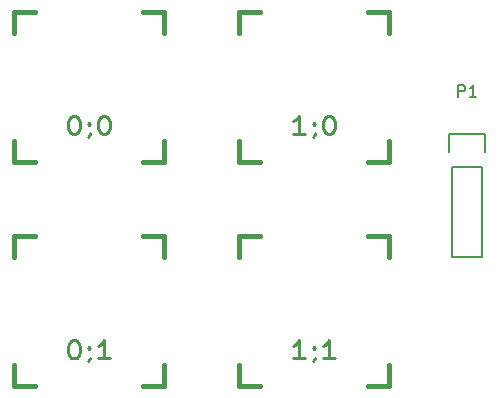
<source format=gbr>
G04 #@! TF.FileFunction,Legend,Top*
%FSLAX46Y46*%
G04 Gerber Fmt 4.6, Leading zero omitted, Abs format (unit mm)*
G04 Created by KiCad (PCBNEW (after 2015-jan-16 BZR unknown)-brewed_product) date Friday, March 06, 2015 'AMt' 08:10:05 AM*
%MOMM*%
G01*
G04 APERTURE LIST*
%ADD10C,0.100000*%
%ADD11C,0.381000*%
%ADD12C,0.150000*%
%ADD13C,0.254000*%
G04 APERTURE END LIST*
D10*
D11*
X147650000Y-101650000D02*
X149428000Y-101650000D01*
X158572000Y-101650000D02*
X160350000Y-101650000D01*
X160350000Y-101650000D02*
X160350000Y-103428000D01*
X160350000Y-112572000D02*
X160350000Y-114350000D01*
X160350000Y-114350000D02*
X158572000Y-114350000D01*
X149428000Y-114350000D02*
X147650000Y-114350000D01*
X147650000Y-114350000D02*
X147650000Y-112572000D01*
X147650000Y-103428000D02*
X147650000Y-101650000D01*
X147650000Y-120650000D02*
X149428000Y-120650000D01*
X158572000Y-120650000D02*
X160350000Y-120650000D01*
X160350000Y-120650000D02*
X160350000Y-122428000D01*
X160350000Y-131572000D02*
X160350000Y-133350000D01*
X160350000Y-133350000D02*
X158572000Y-133350000D01*
X149428000Y-133350000D02*
X147650000Y-133350000D01*
X147650000Y-133350000D02*
X147650000Y-131572000D01*
X147650000Y-122428000D02*
X147650000Y-120650000D01*
X166650000Y-101650000D02*
X168428000Y-101650000D01*
X177572000Y-101650000D02*
X179350000Y-101650000D01*
X179350000Y-101650000D02*
X179350000Y-103428000D01*
X179350000Y-112572000D02*
X179350000Y-114350000D01*
X179350000Y-114350000D02*
X177572000Y-114350000D01*
X168428000Y-114350000D02*
X166650000Y-114350000D01*
X166650000Y-114350000D02*
X166650000Y-112572000D01*
X166650000Y-103428000D02*
X166650000Y-101650000D01*
X166650000Y-120650000D02*
X168428000Y-120650000D01*
X177572000Y-120650000D02*
X179350000Y-120650000D01*
X179350000Y-120650000D02*
X179350000Y-122428000D01*
X179350000Y-131572000D02*
X179350000Y-133350000D01*
X179350000Y-133350000D02*
X177572000Y-133350000D01*
X168428000Y-133350000D02*
X166650000Y-133350000D01*
X166650000Y-133350000D02*
X166650000Y-131572000D01*
X166650000Y-122428000D02*
X166650000Y-120650000D01*
D12*
X184730000Y-114770000D02*
X184730000Y-122390000D01*
X187270000Y-114770000D02*
X187270000Y-122390000D01*
X187550000Y-111950000D02*
X187550000Y-113500000D01*
X184730000Y-122390000D02*
X187270000Y-122390000D01*
X187270000Y-114770000D02*
X184730000Y-114770000D01*
X184450000Y-113500000D02*
X184450000Y-111950000D01*
X184450000Y-111950000D02*
X187550000Y-111950000D01*
D13*
X152645334Y-110467429D02*
X152814667Y-110467429D01*
X152984001Y-110540000D01*
X153068667Y-110612571D01*
X153153334Y-110757714D01*
X153238001Y-111048000D01*
X153238001Y-111410857D01*
X153153334Y-111701143D01*
X153068667Y-111846286D01*
X152984001Y-111918857D01*
X152814667Y-111991429D01*
X152645334Y-111991429D01*
X152476001Y-111918857D01*
X152391334Y-111846286D01*
X152306667Y-111701143D01*
X152222001Y-111410857D01*
X152222001Y-111048000D01*
X152306667Y-110757714D01*
X152391334Y-110612571D01*
X152476001Y-110540000D01*
X152645334Y-110467429D01*
X154084667Y-111918857D02*
X154084667Y-111991429D01*
X154000000Y-112136571D01*
X153915334Y-112209143D01*
X154000000Y-111048000D02*
X154084667Y-111120571D01*
X154000000Y-111193143D01*
X153915334Y-111120571D01*
X154000000Y-111048000D01*
X154000000Y-111193143D01*
X155185334Y-110467429D02*
X155354667Y-110467429D01*
X155524001Y-110540000D01*
X155608667Y-110612571D01*
X155693334Y-110757714D01*
X155778001Y-111048000D01*
X155778001Y-111410857D01*
X155693334Y-111701143D01*
X155608667Y-111846286D01*
X155524001Y-111918857D01*
X155354667Y-111991429D01*
X155185334Y-111991429D01*
X155016001Y-111918857D01*
X154931334Y-111846286D01*
X154846667Y-111701143D01*
X154762001Y-111410857D01*
X154762001Y-111048000D01*
X154846667Y-110757714D01*
X154931334Y-110612571D01*
X155016001Y-110540000D01*
X155185334Y-110467429D01*
X152645334Y-129467429D02*
X152814667Y-129467429D01*
X152984001Y-129540000D01*
X153068667Y-129612571D01*
X153153334Y-129757714D01*
X153238001Y-130048000D01*
X153238001Y-130410857D01*
X153153334Y-130701143D01*
X153068667Y-130846286D01*
X152984001Y-130918857D01*
X152814667Y-130991429D01*
X152645334Y-130991429D01*
X152476001Y-130918857D01*
X152391334Y-130846286D01*
X152306667Y-130701143D01*
X152222001Y-130410857D01*
X152222001Y-130048000D01*
X152306667Y-129757714D01*
X152391334Y-129612571D01*
X152476001Y-129540000D01*
X152645334Y-129467429D01*
X154084667Y-130918857D02*
X154084667Y-130991429D01*
X154000000Y-131136571D01*
X153915334Y-131209143D01*
X154000000Y-130048000D02*
X154084667Y-130120571D01*
X154000000Y-130193143D01*
X153915334Y-130120571D01*
X154000000Y-130048000D01*
X154000000Y-130193143D01*
X155778001Y-130991429D02*
X154762001Y-130991429D01*
X155270001Y-130991429D02*
X155270001Y-129467429D01*
X155100667Y-129685143D01*
X154931334Y-129830286D01*
X154762001Y-129902857D01*
X172238001Y-111991429D02*
X171222001Y-111991429D01*
X171730001Y-111991429D02*
X171730001Y-110467429D01*
X171560667Y-110685143D01*
X171391334Y-110830286D01*
X171222001Y-110902857D01*
X173084667Y-111918857D02*
X173084667Y-111991429D01*
X173000000Y-112136571D01*
X172915334Y-112209143D01*
X173000000Y-111048000D02*
X173084667Y-111120571D01*
X173000000Y-111193143D01*
X172915334Y-111120571D01*
X173000000Y-111048000D01*
X173000000Y-111193143D01*
X174185334Y-110467429D02*
X174354667Y-110467429D01*
X174524001Y-110540000D01*
X174608667Y-110612571D01*
X174693334Y-110757714D01*
X174778001Y-111048000D01*
X174778001Y-111410857D01*
X174693334Y-111701143D01*
X174608667Y-111846286D01*
X174524001Y-111918857D01*
X174354667Y-111991429D01*
X174185334Y-111991429D01*
X174016001Y-111918857D01*
X173931334Y-111846286D01*
X173846667Y-111701143D01*
X173762001Y-111410857D01*
X173762001Y-111048000D01*
X173846667Y-110757714D01*
X173931334Y-110612571D01*
X174016001Y-110540000D01*
X174185334Y-110467429D01*
X172238001Y-130991429D02*
X171222001Y-130991429D01*
X171730001Y-130991429D02*
X171730001Y-129467429D01*
X171560667Y-129685143D01*
X171391334Y-129830286D01*
X171222001Y-129902857D01*
X173084667Y-130918857D02*
X173084667Y-130991429D01*
X173000000Y-131136571D01*
X172915334Y-131209143D01*
X173000000Y-130048000D02*
X173084667Y-130120571D01*
X173000000Y-130193143D01*
X172915334Y-130120571D01*
X173000000Y-130048000D01*
X173000000Y-130193143D01*
X174778001Y-130991429D02*
X173762001Y-130991429D01*
X174270001Y-130991429D02*
X174270001Y-129467429D01*
X174100667Y-129685143D01*
X173931334Y-129830286D01*
X173762001Y-129902857D01*
D12*
X185261905Y-108852381D02*
X185261905Y-107852381D01*
X185642858Y-107852381D01*
X185738096Y-107900000D01*
X185785715Y-107947619D01*
X185833334Y-108042857D01*
X185833334Y-108185714D01*
X185785715Y-108280952D01*
X185738096Y-108328571D01*
X185642858Y-108376190D01*
X185261905Y-108376190D01*
X186785715Y-108852381D02*
X186214286Y-108852381D01*
X186500000Y-108852381D02*
X186500000Y-107852381D01*
X186404762Y-107995238D01*
X186309524Y-108090476D01*
X186214286Y-108138095D01*
M02*

</source>
